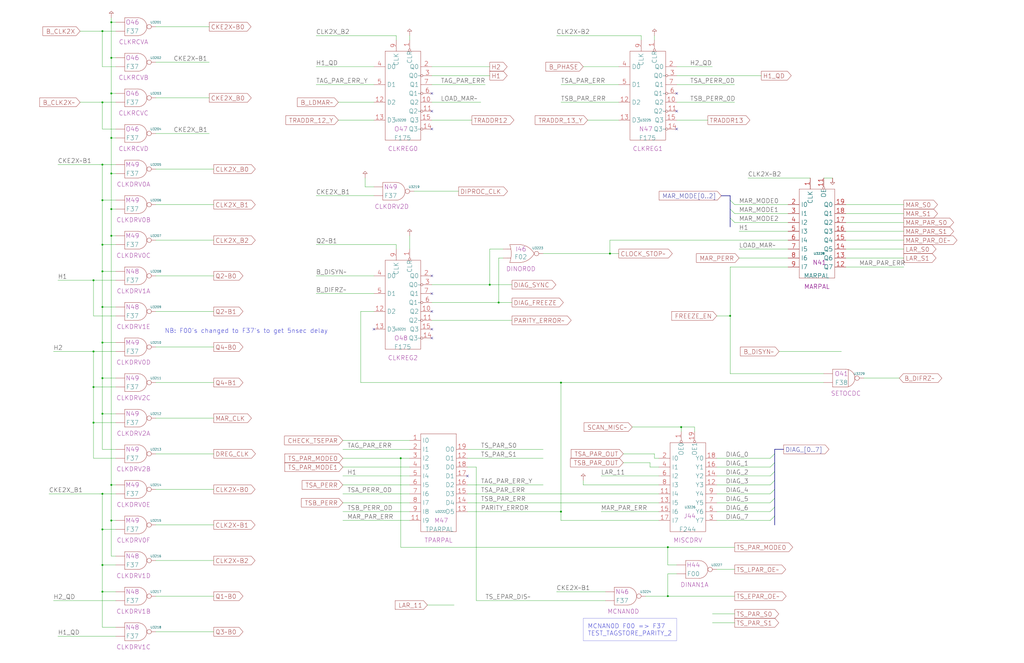
<source format=kicad_sch>
(kicad_sch (version 20250114) (generator "eeschema") (generator_version "9.0")
  (paper "User" 584.2 378.46)
  (title_block (title "DIAGNOSTIC AND CONTROL\\nCLOCK GENERATION") (date "08-MAR-90") (rev "0.0") (comment 1 "MEM32 BOARD") (comment 2 "232-003066") (comment 3 "S400") (comment 4 "RELEASED"))
  (lib_symbols
    (symbol "r1000:F00" (pin_numbers (hide yes)) (pin_names (hide yes))
      (property "Reference" "U" (at 15.24 0 0))
      (property "Value" "F00" (at 1.905 -5.08 0))
      (property "Location" "___" (at 1.905 0 0))
      (property "Name" "______" (at 2.54 -12.7 0))
      (symbol "F00_1_1"
        (pin input line (at -7.62 0 0) (length 5.08) (name "D0") (number "1"))
        (pin input line (at -7.62 -5.08 0) (length 5.08) (name "D1") (number "2"))
        (pin output line (at 15.24 -2.54 180) (length 2.54) (name "Q") (number "3"))
      )
      (symbol "F00_1_2"
        (pin input line (at -7.62 0 0) (length 2.54) (name "D0") (number "1"))
        (pin input line (at -7.62 -5.08 0) (length 2.54) (name "D1") (number "2"))
        (pin output line (at 15.24 -2.54 180) (length 5.08) (name "Q") (number "3"))
      )
    )
    (symbol "r1000:F02" (pin_numbers (hide yes)) (pin_names (hide yes))
      (property "Reference" "U" (at 12.16 0.635 0))
      (property "Value" "F02" (at -1.27 -4.445 0))
      (property "Location" "___" (at 2.54 0 0))
      (property "Name" "______" (at 2.54 -12.7 0))
      (symbol "F02_1_1"
        (pin input line (at -7.62 0 0) (length 2.54) (name "D0") (number "1"))
        (pin input line (at -7.62 -5.08 0) (length 2.54) (name "D1") (number "2"))
        (pin output line (at 15.24 -2.54 180) (length 1.27) (name "Q") (number "3"))
      )
      (symbol "F02_1_2"
        (pin input line (at -7.62 0 0) (length 2.54) (name "D0") (number "1"))
        (pin input line (at -7.62 -5.08 0) (length 2.54) (name "D1") (number "2"))
        (pin output line (at 15.24 -2.54 180) (length 2.54) (name "Q") (number "3"))
      )
    )
    (symbol "r1000:F175" (pin_names (offset 1.016))
      (property "Reference" "U" (at 2.54 5.08 0))
      (property "Value" "F175" (at -1.27 -5.08 0))
      (property "Location" "___" (at -1.27 0 0))
      (property "Name" "______" (at 3.81 -12.7 0))
      (symbol "F175_1_1"
        (pin input line (at -12.7 35.56 0) (length 6.35) (name "D0") (number "4"))
        (pin input line (at -12.7 25.4 0) (length 6.35) (name "D1") (number "5"))
        (pin input line (at -12.7 15.24 0) (length 6.35) (name "D2") (number "12"))
        (pin input line (at -12.7 5.08 0) (length 6.35) (name "D3") (number "13"))
        (pin input line (at 0 50.8 270) (length 6.35) (name "CLK") (number "9"))
        (pin input line (at 7.62 50.8 270) (length 5.08) (name "CLR") (number "1"))
        (pin output line (at 20.32 35.56 180) (length 6.35) (name "Q0") (number "2"))
        (pin output line (at 20.32 30.48 180) (length 5.08) (name "Q0~") (number "3"))
        (pin output line (at 20.32 25.4 180) (length 6.35) (name "Q1") (number "7"))
        (pin output line (at 20.32 20.32 180) (length 5.08) (name "Q1~") (number "6"))
        (pin output line (at 20.32 15.24 180) (length 6.35) (name "Q2") (number "10"))
        (pin output line (at 20.32 10.16 180) (length 5.08) (name "Q2~") (number "11"))
        (pin output line (at 20.32 5.08 180) (length 6.35) (name "Q3") (number "15"))
        (pin output line (at 20.32 0 180) (length 5.08) (name "Q3~") (number "14"))
      )
    )
    (symbol "r1000:F244" (pin_names (offset 1.016))
      (property "Reference" "U" (at 2.54 5.08 0))
      (property "Value" "F244" (at -3.81 -7.62 0))
      (property "Location" "___" (at -1.27 0 0))
      (property "Name" "______" (at 1.27 -15.24 0))
      (symbol "F244_1_1"
        (pin input line (at -15.24 33.02 0) (length 6.35) (name "I0") (number "2"))
        (pin input line (at -15.24 27.94 0) (length 6.35) (name "I1") (number "4"))
        (pin input line (at -15.24 22.86 0) (length 6.35) (name "I2") (number "6"))
        (pin input line (at -15.24 17.78 0) (length 6.35) (name "I3") (number "8"))
        (pin input line (at -15.24 12.7 0) (length 6.35) (name "I4") (number "11"))
        (pin input line (at -15.24 7.62 0) (length 6.35) (name "I5") (number "13"))
        (pin input line (at -15.24 2.54 0) (length 6.35) (name "I6") (number "15"))
        (pin input line (at -15.24 -2.54 0) (length 6.35) (name "I7") (number "17"))
        (pin input line (at -2.54 48.26 270) (length 5.08) (name "OE0") (number "1"))
        (pin input line (at 5.08 48.26 270) (length 5.08) (name "OE1") (number "19"))
        (pin tri_state line (at 17.78 33.02 180) (length 6.35) (name "Y0") (number "18"))
        (pin tri_state line (at 17.78 27.94 180) (length 6.35) (name "Y1") (number "16"))
        (pin tri_state line (at 17.78 22.86 180) (length 6.35) (name "Y2") (number "14"))
        (pin tri_state line (at 17.78 17.78 180) (length 6.35) (name "Y3") (number "12"))
        (pin tri_state line (at 17.78 12.7 180) (length 6.35) (name "Y4") (number "9"))
        (pin tri_state line (at 17.78 7.62 180) (length 6.35) (name "Y5") (number "7"))
        (pin tri_state line (at 17.78 2.54 180) (length 6.35) (name "Y6") (number "5"))
        (pin tri_state line (at 17.78 -2.54 180) (length 6.35) (name "Y7") (number "3"))
      )
    )
    (symbol "r1000:F37" (pin_numbers (hide yes)) (pin_names (offset 0) (hide yes))
      (property "Reference" "U" (at 15.24 0 0))
      (property "Value" "F37" (at 1.905 -5.08 0))
      (property "Location" "___" (at 1.905 0 0))
      (property "Name" "______" (at 2.54 -12.7 0))
      (symbol "F37_1_1"
        (pin input line (at -7.62 0 0) (length 5.08) (name "D0") (number "1"))
        (pin input line (at -7.62 -5.08 0) (length 5.08) (name "D1") (number "2"))
        (pin output line (at 15.24 -2.54 180) (length 2.54) (name "Q") (number "3"))
      )
      (symbol "F37_1_2"
        (pin input line (at -7.62 0 0) (length 2.54) (name "D0") (number "1"))
        (pin input line (at -7.62 -5.08 0) (length 2.54) (name "D1") (number "2"))
        (pin output line (at 15.24 -2.54 180) (length 5.08) (name "Q") (number "3"))
      )
    )
    (symbol "r1000:F38" (pin_numbers (hide yes)) (pin_names (hide yes))
      (property "Reference" "U" (at 12.7 2.54 0))
      (property "Value" "F38" (at 2.54 -2.54 0))
      (property "Location" "___" (at 2.54 2.54 0))
      (property "Name" "______" (at 5.08 -10.16 0))
      (symbol "F38_1_1"
        (pin input line (at -7.62 2.54 0) (length 5.08) (name "D0") (number "1"))
        (pin input line (at -7.62 -2.54 0) (length 5.08) (name "D1") (number "2"))
        (pin open_collector line (at 15.24 0 180) (length 2.54) (name "Q") (number "3"))
      )
      (symbol "F38_1_2"
        (pin input line (at -7.62 2.54 0) (length 2.54) (name "D0") (number "1"))
        (pin input line (at -7.62 -2.54 0) (length 2.54) (name "D1") (number "2"))
        (pin open_collector line (at 15.24 0 180) (length 5.08) (name "Q") (number "3"))
      )
    )
    (symbol "r1000:MARPAL" (pin_names (offset 1.016))
      (property "Reference" "U" (at 2.54 5.08 0))
      (property "Value" "MARPAL" (at -6.35 -7.62 0))
      (property "Location" "___" (at -1.27 0 0))
      (property "Name" "______" (at 1.27 -15.24 0))
      (symbol "MARPAL_1_1"
        (pin input line (at -15.24 33.02 0) (length 6.35) (name "I0") (number "2"))
        (pin input line (at -15.24 27.94 0) (length 6.35) (name "I1") (number "3"))
        (pin input line (at -15.24 22.86 0) (length 6.35) (name "I2") (number "4"))
        (pin input line (at -15.24 17.78 0) (length 6.35) (name "I3") (number "5"))
        (pin input line (at -15.24 12.7 0) (length 6.35) (name "I4") (number "6"))
        (pin input line (at -15.24 7.62 0) (length 6.35) (name "I5") (number "7"))
        (pin input line (at -15.24 2.54 0) (length 6.35) (name "I6") (number "8"))
        (pin input line (at -15.24 -2.54 0) (length 6.35) (name "I7") (number "9"))
        (pin input line (at -2.54 48.26 270) (length 6.35) (name "CLK") (number "1"))
        (pin input line (at 5.08 48.26 270) (length 5.08) (name "OE") (number "11"))
        (pin output line (at 17.78 33.02 180) (length 6.35) (name "Q0") (number "19"))
        (pin output line (at 17.78 27.94 180) (length 6.35) (name "Q1") (number "18"))
        (pin output line (at 17.78 22.86 180) (length 6.35) (name "Q2") (number "17"))
        (pin output line (at 17.78 17.78 180) (length 6.35) (name "Q3") (number "16"))
        (pin output line (at 17.78 12.7 180) (length 6.35) (name "Q4") (number "15"))
        (pin output line (at 17.78 7.62 180) (length 6.35) (name "Q5") (number "14"))
        (pin output line (at 17.78 2.54 180) (length 6.35) (name "Q6") (number "13"))
        (pin output line (at 17.78 -2.54 180) (length 6.35) (name "Q7") (number "12"))
      )
    )
    (symbol "r1000:PD" (power) (pin_numbers (hide yes)) (pin_names (hide yes)) (in_bom no)
      (symbol "PD_1_1"
        (pin power_in line (at 0 0 270) (length 2.54) (name "PD") (number "1"))
      )
    )
    (symbol "r1000:PU" (power) (pin_numbers (hide yes)) (pin_names (hide yes))
      (symbol "PU_1_1"
        (pin power_in line (at 0 0 90) (length 2.54) (name "PU") (number "1"))
      )
    )
    (symbol "r1000:TPARPAL" (pin_names (offset 1.016))
      (property "Reference" "U" (at 2.54 5.08 0))
      (property "Value" "TPARPAL" (at -6.35 -5.08 0))
      (property "Location" "___" (at -1.27 0 0))
      (property "Name" "______" (at 1.27 -12.7 0))
      (symbol "TPARPAL_1_1"
        (pin input line (at -15.24 45.72 0) (length 6.35) (name "I0") (number "1"))
        (pin input line (at -15.24 40.64 0) (length 6.35) (name "I1") (number "2"))
        (pin input line (at -15.24 35.56 0) (length 6.35) (name "I2") (number "3"))
        (pin input line (at -15.24 30.48 0) (length 6.35) (name "I3") (number "4"))
        (pin input line (at -15.24 25.4 0) (length 6.35) (name "I4") (number "5"))
        (pin input line (at -15.24 20.32 0) (length 6.35) (name "I5") (number "6"))
        (pin input line (at -15.24 15.24 0) (length 6.35) (name "I6") (number "7"))
        (pin input line (at -15.24 10.16 0) (length 6.35) (name "I7") (number "8"))
        (pin input line (at -15.24 5.08 0) (length 6.35) (name "I8") (number "9"))
        (pin input line (at -15.24 0 0) (length 6.35) (name "I9") (number "11"))
        (pin output line (at 17.78 40.64 180) (length 6.35) (name "O0") (number "19"))
        (pin output line (at 17.78 35.56 180) (length 6.35) (name "O1") (number "12"))
        (pin output line (at 17.78 30.48 180) (length 6.35) (name "D0") (number "18"))
        (pin output line (at 17.78 25.4 180) (length 6.35) (name "D1") (number "17"))
        (pin output line (at 17.78 20.32 180) (length 6.35) (name "D2") (number "16"))
        (pin output line (at 17.78 15.24 180) (length 6.35) (name "D3") (number "15"))
        (pin output line (at 17.78 10.16 180) (length 6.35) (name "D4") (number "14"))
        (pin output line (at 17.78 5.08 180) (length 6.35) (name "D5") (number "13"))
      )
    )
  )
  (text "MCNAN0D F00 => F37\nTEST_TAGSTORE_PARITY_2" (at 335.28 363.22 0) (effects (font (size 2.54 2.54)) (justify left bottom)))
  (text "NB: F00's changed to F37's to get 5nsec delay" (at 93.98 190.5 0) (effects (font (size 2.54 2.54)) (justify left bottom)))
  (junction (at 63.5 78.74))
  (junction (at 63.5 12.7))
  (junction (at 58.42 58.42))
  (junction (at 63.5 53.34))
  (junction (at 58.42 139.7))
  (junction (at 63.5 134.62))
  (junction (at 58.42 154.94))
  (junction (at 53.34 241.3))
  (junction (at 388.62 243.84))
  (junction (at 58.42 195.58))
  (junction (at 63.5 297.18))
  (junction (at 320.04 218.44))
  (junction (at 58.42 17.78))
  (junction (at 58.42 322.58))
  (junction (at 53.34 220.98))
  (junction (at 58.42 302.26))
  (junction (at 320.04 292.1))
  (junction (at 58.42 93.98))
  (junction (at 63.5 33.02))
  (junction (at 53.34 200.66))
  (junction (at 58.42 175.26))
  (junction (at 381 340.36))
  (junction (at 284.48 172.72))
  (junction (at 228.6 261.62))
  (junction (at 63.5 276.86))
  (junction (at 63.5 99.06))
  (junction (at 58.42 215.9))
  (junction (at 58.42 281.94))
  (junction (at 63.5 119.38))
  (junction (at 58.42 337.82))
  (junction (at 58.42 114.3))
  (junction (at 279.4 162.56))
  (junction (at 347.98 144.78))
  (junction (at 58.42 236.22))
  (junction (at 381 312.42))
  (junction (at 53.34 160.02))
  (junction (at 416.56 180.34))
  (no_connect (at 246.38 157.48))
  (no_connect (at 246.38 53.34))
  (no_connect (at 246.38 187.96))
  (no_connect (at 246.38 167.64))
  (no_connect (at 246.38 177.8))
  (no_connect (at 266.7 271.78))
  (no_connect (at 246.38 73.66))
  (no_connect (at 386.08 73.66))
  (no_connect (at 246.38 63.5))
  (no_connect (at 213.36 187.96))
  (no_connect (at 246.38 193.04))
  (no_connect (at 386.08 63.5))
  (no_connect (at 386.08 53.34))
  (bus_entry (at 441.96 259.08) (size -2.54 2.54))
  (bus_entry (at 441.96 279.4) (size -2.54 2.54))
  (bus_entry (at 441.96 294.64) (size -2.54 2.54))
  (bus_entry (at 416.56 119.38) (size 2.54 2.54))
  (bus_entry (at 441.96 269.24) (size -2.54 2.54))
  (bus_entry (at 441.96 274.32) (size -2.54 2.54))
  (bus_entry (at 441.96 264.16) (size -2.54 2.54))
  (bus_entry (at 416.56 114.3) (size 2.54 2.54))
  (bus_entry (at 441.96 289.56) (size -2.54 2.54))
  (bus_entry (at 441.96 284.48) (size -2.54 2.54))
  (bus_entry (at 416.56 124.46) (size 2.54 2.54))
  (wire (pts (xy 381 312.42) (xy 228.6 312.42)))
  (wire (pts (xy 360.68 243.84) (xy 388.62 243.84)))
  (wire (pts (xy 66.04 195.58) (xy 58.42 195.58)))
  (wire (pts (xy 419.1 116.84) (xy 449.58 116.84)))
  (wire (pts (xy 271.78 266.7) (xy 266.7 266.7)))
  (wire (pts (xy 66.04 73.66) (xy 58.42 73.66)))
  (wire (pts (xy 63.5 134.62) (xy 63.5 119.38)))
  (bus (pts (xy 411.48 111.76) (xy 416.56 111.76)))
  (wire (pts (xy 406.4 355.6) (xy 419.1 355.6)))
  (wire (pts (xy 66.04 302.26) (xy 58.42 302.26)))
  (wire (pts (xy 58.42 281.94) (xy 66.04 281.94)))
  (bus (pts (xy 441.96 294.64) (xy 441.96 299.72)))
  (wire (pts (xy 482.6 137.16) (xy 515.62 137.16)))
  (wire (pts (xy 246.38 48.26) (xy 276.86 48.26)))
  (polyline (pts (xy 386.08 365.76) (xy 332.74 365.76)) (stroke (width 0.0305)))
  (wire (pts (xy 320.04 218.44) (xy 469.9 218.44)))
  (wire (pts (xy 195.58 292.1) (xy 233.68 292.1)))
  (wire (pts (xy 195.58 251.46) (xy 233.68 251.46)))
  (wire (pts (xy 66.04 241.3) (xy 53.34 241.3)))
  (wire (pts (xy 373.38 20.32) (xy 373.38 22.86)))
  (wire (pts (xy 88.9 320.04) (xy 121.92 320.04)))
  (wire (pts (xy 246.38 182.88) (xy 292.1 182.88)))
  (wire (pts (xy 66.04 139.7) (xy 58.42 139.7)))
  (wire (pts (xy 180.34 20.32) (xy 226.06 20.32)))
  (wire (pts (xy 213.36 177.8) (xy 205.74 177.8)))
  (wire (pts (xy 406.4 350.52) (xy 419.1 350.52)))
  (wire (pts (xy 66.04 38.1) (xy 58.42 38.1)))
  (wire (pts (xy 30.48 342.9) (xy 66.04 342.9)))
  (wire (pts (xy 180.34 139.7) (xy 226.06 139.7)))
  (wire (pts (xy 195.58 271.78) (xy 233.68 271.78)))
  (wire (pts (xy 58.42 17.78) (xy 66.04 17.78)))
  (wire (pts (xy 365.76 22.86) (xy 365.76 20.32)))
  (wire (pts (xy 320.04 297.18) (xy 320.04 292.1)))
  (wire (pts (xy 195.58 261.62) (xy 228.6 261.62)))
  (wire (pts (xy 426.72 101.6) (xy 462.28 101.6)))
  (wire (pts (xy 342.9 292.1) (xy 375.92 292.1)))
  (wire (pts (xy 63.5 276.86) (xy 63.5 297.18)))
  (wire (pts (xy 482.6 152.4) (xy 515.62 152.4)))
  (wire (pts (xy 88.9 55.88) (xy 119.38 55.88)))
  (wire (pts (xy 236.22 109.22) (xy 261.62 109.22)))
  (wire (pts (xy 88.9 198.12) (xy 121.92 198.12)))
  (wire (pts (xy 375.92 266.7) (xy 370.84 266.7)))
  (wire (pts (xy 58.42 139.7) (xy 58.42 114.3)))
  (wire (pts (xy 449.58 152.4) (xy 416.56 152.4)))
  (wire (pts (xy 388.62 243.84) (xy 396.24 243.84)))
  (wire (pts (xy 66.04 53.34) (xy 63.5 53.34)))
  (wire (pts (xy 58.42 195.58) (xy 58.42 175.26)))
  (wire (pts (xy 195.58 297.18) (xy 233.68 297.18)))
  (wire (pts (xy 386.08 43.18) (xy 434.34 43.18)))
  (wire (pts (xy 469.9 101.6) (xy 474.98 101.6)))
  (polyline (pts (xy 386.08 353.06) (xy 386.08 365.76)) (stroke (width 0.0305)))
  (wire (pts (xy 386.08 48.26) (xy 419.1 48.26)))
  (wire (pts (xy 88.9 116.84) (xy 121.92 116.84)))
  (wire (pts (xy 226.06 142.24) (xy 226.06 139.7)))
  (wire (pts (xy 205.74 218.44) (xy 320.04 218.44)))
  (wire (pts (xy 88.9 238.76) (xy 121.92 238.76)))
  (wire (pts (xy 33.02 160.02) (xy 53.34 160.02)))
  (wire (pts (xy 482.6 127) (xy 515.62 127)))
  (wire (pts (xy 58.42 302.26) (xy 58.42 281.94)))
  (wire (pts (xy 320.04 58.42) (xy 353.06 58.42)))
  (wire (pts (xy 228.6 312.42) (xy 228.6 261.62)))
  (wire (pts (xy 58.42 236.22) (xy 58.42 215.9)))
  (wire (pts (xy 213.36 106.68) (xy 208.28 106.68)))
  (wire (pts (xy 408.94 325.12) (xy 419.1 325.12)))
  (wire (pts (xy 482.6 132.08) (xy 515.62 132.08)))
  (wire (pts (xy 195.58 256.54) (xy 233.68 256.54)))
  (wire (pts (xy 88.9 76.2) (xy 119.38 76.2)))
  (bus (pts (xy 416.56 111.76) (xy 416.56 114.3)))
  (wire (pts (xy 266.7 292.1) (xy 320.04 292.1)))
  (bus (pts (xy 441.96 256.54) (xy 441.96 259.08)))
  (wire (pts (xy 386.08 58.42) (xy 419.1 58.42)))
  (wire (pts (xy 284.48 147.32) (xy 284.48 172.72)))
  (wire (pts (xy 63.5 53.34) (xy 63.5 78.74)))
  (wire (pts (xy 381 312.42) (xy 419.1 312.42)))
  (wire (pts (xy 386.08 327.66) (xy 381 327.66)))
  (wire (pts (xy 88.9 15.24) (xy 119.38 15.24)))
  (wire (pts (xy 180.34 38.1) (xy 213.36 38.1)))
  (wire (pts (xy 266.7 256.54) (xy 309.88 256.54)))
  (wire (pts (xy 88.9 137.16) (xy 121.92 137.16)))
  (bus (pts (xy 441.96 289.56) (xy 441.96 294.64)))
  (wire (pts (xy 88.9 35.56) (xy 119.38 35.56)))
  (wire (pts (xy 246.38 43.18) (xy 279.4 43.18)))
  (wire (pts (xy 27.94 281.94) (xy 58.42 281.94)))
  (wire (pts (xy 370.84 266.7) (xy 370.84 264.16)))
  (wire (pts (xy 421.64 142.24) (xy 449.58 142.24)))
  (bus (pts (xy 416.56 124.46) (xy 416.56 129.54)))
  (bus (pts (xy 416.56 119.38) (xy 416.56 124.46)))
  (wire (pts (xy 53.34 220.98) (xy 53.34 200.66)))
  (wire (pts (xy 58.42 58.42) (xy 66.04 58.42)))
  (wire (pts (xy 88.9 177.8) (xy 121.92 177.8)))
  (wire (pts (xy 45.72 17.78) (xy 58.42 17.78)))
  (wire (pts (xy 58.42 175.26) (xy 58.42 154.94)))
  (wire (pts (xy 195.58 281.94) (xy 233.68 281.94)))
  (wire (pts (xy 66.04 297.18) (xy 63.5 297.18)))
  (wire (pts (xy 66.04 175.26) (xy 58.42 175.26)))
  (wire (pts (xy 233.68 134.62) (xy 233.68 142.24)))
  (wire (pts (xy 30.48 200.66) (xy 53.34 200.66)))
  (wire (pts (xy 66.04 78.74) (xy 63.5 78.74)))
  (wire (pts (xy 88.9 360.68) (xy 121.92 360.68)))
  (wire (pts (xy 332.74 276.86) (xy 332.74 274.32)))
  (wire (pts (xy 45.72 58.42) (xy 58.42 58.42)))
  (wire (pts (xy 243.84 345.44) (xy 259.08 345.44)))
  (wire (pts (xy 53.34 261.62) (xy 53.34 241.3)))
  (wire (pts (xy 266.7 276.86) (xy 309.88 276.86)))
  (wire (pts (xy 386.08 38.1) (xy 406.4 38.1)))
  (wire (pts (xy 419.1 127) (xy 449.58 127)))
  (wire (pts (xy 320.04 292.1) (xy 320.04 218.44)))
  (wire (pts (xy 309.88 144.78) (xy 347.98 144.78)))
  (wire (pts (xy 469.9 213.36) (xy 416.56 213.36)))
  (bus (pts (xy 441.96 269.24) (xy 441.96 274.32)))
  (wire (pts (xy 355.6 259.08) (xy 373.38 259.08)))
  (wire (pts (xy 381 327.66) (xy 381 340.36)))
  (wire (pts (xy 66.04 337.82) (xy 58.42 337.82)))
  (wire (pts (xy 396.24 246.38) (xy 396.24 243.84)))
  (wire (pts (xy 88.9 218.44) (xy 121.92 218.44)))
  (wire (pts (xy 408.94 292.1) (xy 439.42 292.1)))
  (wire (pts (xy 287.02 147.32) (xy 284.48 147.32)))
  (wire (pts (xy 287.02 142.24) (xy 279.4 142.24)))
  (wire (pts (xy 88.9 157.48) (xy 121.92 157.48)))
  (wire (pts (xy 375.92 276.86) (xy 332.74 276.86)))
  (bus (pts (xy 416.56 114.3) (xy 416.56 119.38)))
  (wire (pts (xy 386.08 68.58) (xy 403.86 68.58)))
  (wire (pts (xy 332.74 38.1) (xy 353.06 38.1)))
  (wire (pts (xy 66.04 119.38) (xy 63.5 119.38)))
  (bus (pts (xy 441.96 279.4) (xy 441.96 284.48)))
  (wire (pts (xy 53.34 180.34) (xy 53.34 160.02)))
  (wire (pts (xy 416.56 152.4) (xy 416.56 180.34)))
  (wire (pts (xy 408.94 276.86) (xy 439.42 276.86)))
  (polyline (pts (xy 332.74 353.06) (xy 332.74 365.76)) (stroke (width 0.0305)))
  (bus (pts (xy 441.96 264.16) (xy 441.96 269.24)))
  (wire (pts (xy 66.04 261.62) (xy 53.34 261.62)))
  (wire (pts (xy 58.42 256.54) (xy 58.42 236.22)))
  (wire (pts (xy 66.04 215.9) (xy 58.42 215.9)))
  (wire (pts (xy 66.04 220.98) (xy 53.34 220.98)))
  (wire (pts (xy 58.42 358.14) (xy 58.42 337.82)))
  (bus (pts (xy 441.96 284.48) (xy 441.96 289.56)))
  (wire (pts (xy 246.38 162.56) (xy 279.4 162.56)))
  (wire (pts (xy 373.38 261.62) (xy 373.38 259.08)))
  (bus (pts (xy 441.96 274.32) (xy 441.96 279.4)))
  (wire (pts (xy 342.9 271.78) (xy 375.92 271.78)))
  (wire (pts (xy 375.92 261.62) (xy 373.38 261.62)))
  (wire (pts (xy 66.04 134.62) (xy 63.5 134.62)))
  (wire (pts (xy 58.42 215.9) (xy 58.42 195.58)))
  (wire (pts (xy 271.78 342.9) (xy 271.78 266.7)))
  (wire (pts (xy 345.44 342.9) (xy 271.78 342.9)))
  (wire (pts (xy 33.02 363.22) (xy 66.04 363.22)))
  (wire (pts (xy 33.02 93.98) (xy 58.42 93.98)))
  (wire (pts (xy 88.9 259.08) (xy 121.92 259.08)))
  (wire (pts (xy 53.34 200.66) (xy 66.04 200.66)))
  (wire (pts (xy 66.04 114.3) (xy 58.42 114.3)))
  (wire (pts (xy 53.34 241.3) (xy 53.34 220.98)))
  (wire (pts (xy 66.04 276.86) (xy 63.5 276.86)))
  (bus (pts (xy 441.96 256.54) (xy 447.04 256.54)))
  (wire (pts (xy 208.28 106.68) (xy 208.28 101.6)))
  (wire (pts (xy 53.34 160.02) (xy 66.04 160.02)))
  (wire (pts (xy 226.06 22.86) (xy 226.06 20.32)))
  (wire (pts (xy 193.04 68.58) (xy 213.36 68.58)))
  (wire (pts (xy 408.94 297.18) (xy 439.42 297.18)))
  (wire (pts (xy 386.08 322.58) (xy 381 322.58)))
  (wire (pts (xy 317.5 20.32) (xy 365.76 20.32)))
  (wire (pts (xy 58.42 73.66) (xy 58.42 58.42)))
  (polyline (pts (xy 332.74 353.06) (xy 386.08 353.06)) (stroke (width 0.0305)))
  (wire (pts (xy 228.6 261.62) (xy 233.68 261.62)))
  (wire (pts (xy 58.42 337.82) (xy 58.42 322.58)))
  (wire (pts (xy 63.5 119.38) (xy 63.5 99.06)))
  (wire (pts (xy 381 340.36) (xy 419.1 340.36)))
  (wire (pts (xy 66.04 236.22) (xy 58.42 236.22)))
  (wire (pts (xy 416.56 180.34) (xy 408.94 180.34)))
  (wire (pts (xy 88.9 299.72) (xy 121.92 299.72)))
  (wire (pts (xy 416.56 213.36) (xy 416.56 180.34)))
  (wire (pts (xy 58.42 93.98) (xy 66.04 93.98)))
  (wire (pts (xy 284.48 172.72) (xy 292.1 172.72)))
  (wire (pts (xy 193.04 58.42) (xy 213.36 58.42)))
  (wire (pts (xy 58.42 38.1) (xy 58.42 17.78)))
  (wire (pts (xy 408.94 271.78) (xy 439.42 271.78)))
  (wire (pts (xy 419.1 121.92) (xy 449.58 121.92)))
  (wire (pts (xy 347.98 144.78) (xy 353.06 144.78)))
  (wire (pts (xy 63.5 12.7) (xy 63.5 10.16)))
  (wire (pts (xy 449.58 137.16) (xy 347.98 137.16)))
  (wire (pts (xy 320.04 48.26) (xy 353.06 48.26)))
  (wire (pts (xy 66.04 180.34) (xy 53.34 180.34)))
  (wire (pts (xy 66.04 322.58) (xy 58.42 322.58)))
  (wire (pts (xy 266.7 287.02) (xy 375.92 287.02)))
  (wire (pts (xy 482.6 142.24) (xy 515.62 142.24)))
  (wire (pts (xy 88.9 96.52) (xy 121.92 96.52)))
  (wire (pts (xy 195.58 276.86) (xy 233.68 276.86)))
  (wire (pts (xy 388.62 246.38) (xy 388.62 243.84)))
  (wire (pts (xy 66.04 256.54) (xy 58.42 256.54)))
  (bus (pts (xy 441.96 259.08) (xy 441.96 264.16)))
  (wire (pts (xy 279.4 142.24) (xy 279.4 162.56)))
  (wire (pts (xy 492.76 215.9) (xy 513.08 215.9)))
  (wire (pts (xy 381 340.36) (xy 368.3 340.36)))
  (wire (pts (xy 347.98 137.16) (xy 347.98 144.78)))
  (wire (pts (xy 180.34 111.76) (xy 213.36 111.76)))
  (wire (pts (xy 63.5 53.34) (xy 63.5 33.02)))
  (wire (pts (xy 375.92 297.18) (xy 320.04 297.18)))
  (wire (pts (xy 421.64 147.32) (xy 449.58 147.32)))
  (wire (pts (xy 66.04 317.5) (xy 63.5 317.5)))
  (wire (pts (xy 444.5 200.66) (xy 480.06 200.66)))
  (wire (pts (xy 266.7 261.62) (xy 309.88 261.62)))
  (wire (pts (xy 408.94 266.7) (xy 439.42 266.7)))
  (wire (pts (xy 279.4 162.56) (xy 292.1 162.56)))
  (wire (pts (xy 66.04 33.02) (xy 63.5 33.02)))
  (wire (pts (xy 482.6 121.92) (xy 515.62 121.92)))
  (wire (pts (xy 63.5 99.06) (xy 63.5 78.74)))
  (wire (pts (xy 195.58 266.7) (xy 233.68 266.7)))
  (wire (pts (xy 317.5 337.82) (xy 345.44 337.82)))
  (wire (pts (xy 233.68 20.32) (xy 233.68 22.86)))
  (wire (pts (xy 58.42 154.94) (xy 58.42 139.7)))
  (wire (pts (xy 408.94 261.62) (xy 439.42 261.62)))
  (wire (pts (xy 63.5 317.5) (xy 63.5 297.18)))
  (wire (pts (xy 246.38 172.72) (xy 284.48 172.72)))
  (wire (pts (xy 246.38 68.58) (xy 269.24 68.58)))
  (wire (pts (xy 421.64 132.08) (xy 449.58 132.08)))
  (wire (pts (xy 246.38 38.1) (xy 279.4 38.1)))
  (wire (pts (xy 246.38 58.42) (xy 274.32 58.42)))
  (wire (pts (xy 180.34 48.26) (xy 213.36 48.26)))
  (wire (pts (xy 66.04 12.7) (xy 63.5 12.7)))
  (wire (pts (xy 180.34 157.48) (xy 213.36 157.48)))
  (wire (pts (xy 482.6 116.84) (xy 515.62 116.84)))
  (wire (pts (xy 381 322.58) (xy 381 312.42)))
  (wire (pts (xy 63.5 12.7) (xy 63.5 33.02)))
  (wire (pts (xy 335.28 68.58) (xy 353.06 68.58)))
  (wire (pts (xy 66.04 99.06) (xy 63.5 99.06)))
  (wire (pts (xy 58.42 114.3) (xy 58.42 93.98)))
  (wire (pts (xy 195.58 287.02) (xy 233.68 287.02)))
  (wire (pts (xy 180.34 167.64) (xy 213.36 167.64)))
  (wire (pts (xy 66.04 358.14) (xy 58.42 358.14)))
  (wire (pts (xy 88.9 340.36) (xy 121.92 340.36)))
  (wire (pts (xy 482.6 147.32) (xy 515.62 147.32)))
  (wire (pts (xy 355.6 264.16) (xy 370.84 264.16)))
  (wire (pts (xy 408.94 287.02) (xy 439.42 287.02)))
  (wire (pts (xy 266.7 281.94) (xy 375.92 281.94)))
  (wire (pts (xy 66.04 154.94) (xy 58.42 154.94)))
  (wire (pts (xy 63.5 134.62) (xy 63.5 276.86)))
  (wire (pts (xy 88.9 279.4) (xy 121.92 279.4)))
  (wire (pts (xy 408.94 281.94) (xy 439.42 281.94)))
  (wire (pts (xy 58.42 322.58) (xy 58.42 302.26)))
  (wire (pts (xy 205.74 177.8) (xy 205.74 218.44)))
  (label "CKE2X~B1" (at 33.02 93.98 0) (effects (font (size 2.54 2.54))))
  (label "H1_QD" (at 33.02 363.22 0) (effects (font (size 2.54 2.54))))
  (label "H2_QD" (at 393.7 38.1 0) (effects (font (size 2.54 2.54))))
  (label "TAG_PAR_ERR_Y" (at 180.34 48.26 0) (effects (font (size 2.54 2.54))))
  (label "TSA_PAR_ERR" (at 320.04 48.26 0) (effects (font (size 2.54 2.54))))
  (label "CKE2X_B1" (at 180.34 111.76 0) (effects (font (size 2.54 2.54))))
  (label "TSB_PERR_0D" (at 393.7 58.42 0) (effects (font (size 2.54 2.54))))
  (label "TSB_PERR_0D" (at 198.12 292.1 0) (effects (font (size 2.54 2.54))))
  (label "TSA_PAR_ERR" (at 274.32 281.94 0) (effects (font (size 2.54 2.54))))
  (label "DIAG_7" (at 414.02 297.18 0) (effects (font (size 2.54 2.54))))
  (label "TAG_PAR_ERR_Y" (at 274.32 276.86 0) (effects (font (size 2.54 2.54))))
  (label "DIAG_1" (at 414.02 266.7 0) (effects (font (size 2.54 2.54))))
  (label "LOAD_MAR~" (at 251.46 58.42 0) (effects (font (size 2.54 2.54))))
  (label "LOAD_MAR~" (at 421.64 142.24 0) (effects (font (size 2.54 2.54))))
  (label "TS_PAR_S1" (at 274.32 261.62 0) (effects (font (size 2.54 2.54))))
  (label "TS_EPAR_DIS~" (at 276.86 342.9 0) (effects (font (size 2.54 2.54))))
  (label "B_DIFRZ~" (at 180.34 167.64 0) (effects (font (size 2.54 2.54))))
  (label "H2" (at 30.48 200.66 0) (effects (font (size 2.54 2.54))))
  (label "B_DISYN~" (at 180.34 157.48 0) (effects (font (size 2.54 2.54))))
  (label "CLK2X~B2" (at 317.5 20.32 0) (effects (font (size 2.54 2.54))))
  (label "Q2~B1" (at 180.34 139.7 0) (effects (font (size 2.54 2.54))))
  (label "MAR_MODE0" (at 421.64 116.84 0) (effects (font (size 2.54 2.54))))
  (label "DIAG_2" (at 414.02 271.78 0) (effects (font (size 2.54 2.54))))
  (label "DIAG_0" (at 414.02 261.62 0) (effects (font (size 2.54 2.54))))
  (label "H1" (at 198.12 271.78 0) (effects (font (size 2.54 2.54))))
  (label "TSB_PAR_ERR" (at 320.04 58.42 0) (effects (font (size 2.54 2.54))))
  (label "DIAG_6" (at 414.02 292.1 0) (effects (font (size 2.54 2.54))))
  (label "H1_QD" (at 180.34 38.1 0) (effects (font (size 2.54 2.54))))
  (label "TSA_PERR_0D" (at 198.12 281.94 0) (effects (font (size 2.54 2.54))))
  (label "CLK2X_B2" (at 180.34 20.32 0) (effects (font (size 2.54 2.54))))
  (label "H2_QD" (at 30.48 342.9 0) (effects (font (size 2.54 2.54))))
  (label "CLK2X~B2" (at 426.72 101.6 0) (effects (font (size 2.54 2.54))))
  (label "CKE2X_B1" (at 99.06 76.2 0) (effects (font (size 2.54 2.54))))
  (label "MAR_PAR_ERR" (at 342.9 292.1 0) (effects (font (size 2.54 2.54))))
  (label "DIAG_3" (at 414.02 276.86 0) (effects (font (size 2.54 2.54))))
  (label "PARITY_ERROR" (at 274.32 292.1 0) (effects (font (size 2.54 2.54))))
  (label "TAG_PAR_ERR" (at 251.46 48.26 0) (effects (font (size 2.54 2.54))))
  (label "MAR_PAR_ERR" (at 198.12 297.18 0) (effects (font (size 2.54 2.54))))
  (label "TSA_PERR_0D" (at 393.7 48.26 0) (effects (font (size 2.54 2.54))))
  (label "H1" (at 33.02 160.02 0) (effects (font (size 2.54 2.54))))
  (label "MAR_MODE1" (at 421.64 121.92 0) (effects (font (size 2.54 2.54))))
  (label "LAR_11" (at 342.9 271.78 0) (effects (font (size 2.54 2.54))))
  (label "TSB_PAR_ERR" (at 274.32 287.02 0) (effects (font (size 2.54 2.54))))
  (label "CKE2X~B1" (at 317.5 337.82 0) (effects (font (size 2.54 2.54))))
  (label "DIAG_4" (at 414.02 281.94 0) (effects (font (size 2.54 2.54))))
  (label "TS_PAR_S0" (at 274.32 256.54 0) (effects (font (size 2.54 2.54))))
  (label "CKE2X~B1" (at 99.06 35.56 0) (effects (font (size 2.54 2.54))))
  (label "CKE2X_B1" (at 27.94 281.94 0) (effects (font (size 2.54 2.54))))
  (label "MAR_MODE2" (at 421.64 127 0) (effects (font (size 2.54 2.54))))
  (label "MAR_PAR_ERR" (at 490.22 152.4 0) (effects (font (size 2.54 2.54))))
  (label "DIAG_5" (at 414.02 287.02 0) (effects (font (size 2.54 2.54))))
  (label "TAG_PAR_ERR" (at 198.12 256.54 0) (effects (font (size 2.54 2.54))))
  (label "H1" (at 421.64 132.08 0) (effects (font (size 2.54 2.54))))
  (global_label "MAR_PERR" (shape input) (at 421.64 147.32 180) (effects (font (size 2.54 2.54))) (property "Intersheetrefs" "${INTERSHEET_REFS}" (at 397.5312 147.1613 0) (effects (font (size 1.905 1.905)) (justify right))))
  (global_label "MAR_CLK" (shape output) (at 121.92 238.76 0) (effects (font (size 2.54 2.54))) (property "Intersheetrefs" "${INTERSHEET_REFS}" (at 143.2469 238.6013 0) (effects (font (size 1.905 1.905)) (justify left))))
  (global_label "DIAG_SYNC" (shape output) (at 292.1 162.56 0) (effects (font (size 2.54 2.54))) (property "Intersheetrefs" "${INTERSHEET_REFS}" (at 316.9345 162.4013 0) (effects (font (size 1.905 1.905)) (justify left))))
  (global_label "Q3~B0" (shape output) (at 121.92 360.68 0) (effects (font (size 2.54 2.54))) (property "Intersheetrefs" "${INTERSHEET_REFS}" (at 138.4088 360.5213 0) (effects (font (size 1.905 1.905)) (justify left))))
  (global_label "DIPROC_CLK" (shape output) (at 261.62 109.22 0) (effects (font (size 2.54 2.54))) (property "Intersheetrefs" "${INTERSHEET_REFS}" (at 289.3574 109.0613 0) (effects (font (size 1.905 1.905)) (justify left))))
  (global_label "B_LDMAR~" (shape input) (at 193.04 58.42 180) (effects (font (size 2.54 2.54))) (property "Intersheetrefs" "${INTERSHEET_REFS}" (at 169.8988 58.2613 0) (effects (font (size 1.905 1.905)) (justify right))))
  (global_label "B_DISYN~" (shape input) (at 444.5 200.66 180) (effects (font (size 2.54 2.54))) (property "Intersheetrefs" "${INTERSHEET_REFS}" (at 422.3778 200.5013 0) (effects (font (size 1.905 1.905)) (justify right))))
  (global_label "MAR_MODE[0..2]" (shape input) (at 411.48 111.76 180) (effects (font (size 2.54 2.54))) (property "Intersheetrefs" "${INTERSHEET_REFS}" (at 376.2435 111.6013 0) (effects (font (size 1.905 1.905)) (justify right))))
  (global_label "TS_PAR_S1" (shape output) (at 419.1 355.6 0) (effects (font (size 2.54 2.54))) (property "Intersheetrefs" "${INTERSHEET_REFS}" (at 444.0555 355.4413 0) (effects (font (size 1.905 1.905)) (justify left))))
  (global_label "Q4~B1" (shape output) (at 121.92 218.44 0) (effects (font (size 2.54 2.54))) (property "Intersheetrefs" "${INTERSHEET_REFS}" (at 138.4088 218.2813 0) (effects (font (size 1.905 1.905)) (justify left))))
  (global_label "TSA_PERR" (shape input) (at 195.58 276.86 180) (effects (font (size 2.54 2.54))) (property "Intersheetrefs" "${INTERSHEET_REFS}" (at 172.5597 276.7013 0) (effects (font (size 1.905 1.905)) (justify right))))
  (global_label "LAR_S0" (shape output) (at 515.62 142.24 0) (effects (font (size 2.54 2.54))) (property "Intersheetrefs" "${INTERSHEET_REFS}" (at 533.8022 142.0813 0) (effects (font (size 1.905 1.905)) (justify left))))
  (global_label "CLK2X_B0" (shape output) (at 121.92 96.52 0) (effects (font (size 2.54 2.54))) (property "Intersheetrefs" "${INTERSHEET_REFS}" (at 145.4241 96.3613 0) (effects (font (size 1.905 1.905)) (justify left))))
  (global_label "TS_PAR_S0" (shape output) (at 419.1 350.52 0) (effects (font (size 2.54 2.54))) (property "Intersheetrefs" "${INTERSHEET_REFS}" (at 444.0555 350.3613 0) (effects (font (size 1.905 1.905)) (justify left))))
  (global_label "H1_QD" (shape output) (at 434.34 43.18 0) (effects (font (size 2.54 2.54))) (property "Intersheetrefs" "${INTERSHEET_REFS}" (at 451.3822 43.0213 0) (effects (font (size 1.905 1.905)) (justify left))))
  (global_label "CLK2X~B2" (shape output) (at 121.92 320.04 0) (effects (font (size 2.54 2.54))) (property "Intersheetrefs" "${INTERSHEET_REFS}" (at 145.3031 319.8813 0) (effects (font (size 1.905 1.905)) (justify left))))
  (global_label "TS_PAR_MODE0" (shape input) (at 195.58 261.62 180) (effects (font (size 2.54 2.54))) (property "Intersheetrefs" "${INTERSHEET_REFS}" (at 162.6416 261.4613 0) (effects (font (size 1.905 1.905)) (justify right))))
  (global_label "TS_PAR_MODE0" (shape output) (at 419.1 312.42 0) (effects (font (size 2.54 2.54))) (property "Intersheetrefs" "${INTERSHEET_REFS}" (at 452.0384 312.2613 0) (effects (font (size 1.905 1.905)) (justify left))))
  (global_label "CKE2X~B0" (shape output) (at 119.38 15.24 0) (effects (font (size 2.54 2.54))) (property "Intersheetrefs" "${INTERSHEET_REFS}" (at 143.005 15.0813 0) (effects (font (size 1.905 1.905)) (justify left))))
  (global_label "TRADDR_12_Y" (shape input) (at 193.04 68.58 180) (effects (font (size 2.54 2.54))) (property "Intersheetrefs" "${INTERSHEET_REFS}" (at 163.2464 68.4213 0) (effects (font (size 1.905 1.905)) (justify right))))
  (global_label "DIAG_[0..7]" (shape output) (at 447.04 256.54 0) (effects (font (size 2.54 2.54))) (property "Intersheetrefs" "${INTERSHEET_REFS}" (at 472.7212 256.3813 0) (effects (font (size 1.905 1.905)) (justify left))))
  (global_label "LAR_11" (shape input) (at 243.84 345.44 180) (effects (font (size 2.54 2.54))) (property "Intersheetrefs" "${INTERSHEET_REFS}" (at 225.6578 345.2813 0) (effects (font (size 1.905 1.905)) (justify right))))
  (global_label "TRADDR13" (shape output) (at 403.86 68.58 0) (effects (font (size 2.54 2.54))) (property "Intersheetrefs" "${INTERSHEET_REFS}" (at 427.606 68.4213 0) (effects (font (size 1.905 1.905)) (justify left))))
  (global_label "PARITY_ERROR~" (shape output) (at 292.1 182.88 0) (effects (font (size 2.54 2.54))) (property "Intersheetrefs" "${INTERSHEET_REFS}" (at 325.6431 182.7213 0) (effects (font (size 1.905 1.905)) (justify left))))
  (global_label "MAR_S1" (shape output) (at 515.62 121.92 0) (effects (font (size 2.54 2.54))) (property "Intersheetrefs" "${INTERSHEET_REFS}" (at 534.6488 121.7613 0) (effects (font (size 1.905 1.905)) (justify left))))
  (global_label "B_DIFRZ~" (shape bidirectional) (at 513.08 215.9 0) (effects (font (size 2.54 2.54))) (property "Intersheetrefs" "${INTERSHEET_REFS}" (at 535.0812 215.7413 0) (effects (font (size 1.905 1.905)) (justify left))))
  (global_label "TS_LPAR_OE~" (shape output) (at 419.1 325.12 0) (effects (font (size 2.54 2.54))) (property "Intersheetrefs" "${INTERSHEET_REFS}" (at 448.0469 324.9613 0) (effects (font (size 1.905 1.905)) (justify left))))
  (global_label "SCAN_MISC~" (shape input) (at 360.68 243.84 180) (effects (font (size 2.54 2.54))) (property "Intersheetrefs" "${INTERSHEET_REFS}" (at 333.4264 243.6813 0) (effects (font (size 1.905 1.905)) (justify right))))
  (global_label "TRADDR_13_Y" (shape input) (at 335.28 68.58 180) (effects (font (size 2.54 2.54))) (property "Intersheetrefs" "${INTERSHEET_REFS}" (at 305.4864 68.4213 0) (effects (font (size 1.905 1.905)) (justify right))))
  (global_label "TS_EPAR_OE~" (shape output) (at 419.1 340.36 0) (effects (font (size 2.54 2.54))) (property "Intersheetrefs" "${INTERSHEET_REFS}" (at 448.2888 340.2013 0) (effects (font (size 1.905 1.905)) (justify left))))
  (global_label "FREEZE_EN" (shape input) (at 408.94 180.34 180) (effects (font (size 2.54 2.54))) (property "Intersheetrefs" "${INTERSHEET_REFS}" (at 383.3797 180.1813 0) (effects (font (size 1.905 1.905)) (justify right))))
  (global_label "MAR_S0" (shape output) (at 515.62 116.84 0) (effects (font (size 2.54 2.54))) (property "Intersheetrefs" "${INTERSHEET_REFS}" (at 534.6488 116.6813 0) (effects (font (size 1.905 1.905)) (justify left))))
  (global_label "Q4~B0" (shape output) (at 121.92 198.12 0) (effects (font (size 2.54 2.54))) (property "Intersheetrefs" "${INTERSHEET_REFS}" (at 138.4088 197.9613 0) (effects (font (size 1.905 1.905)) (justify left))))
  (global_label "MAR_PAR_S1" (shape output) (at 515.62 132.08 0) (effects (font (size 2.54 2.54))) (property "Intersheetrefs" "${INTERSHEET_REFS}" (at 543.8412 131.9213 0) (effects (font (size 1.905 1.905)) (justify left))))
  (global_label "TSB_PAR_OUT" (shape input) (at 355.6 264.16 180) (effects (font (size 2.54 2.54))) (property "Intersheetrefs" "${INTERSHEET_REFS}" (at 325.6855 264.0013 0) (effects (font (size 1.905 1.905)) (justify right))))
  (global_label "H1" (shape output) (at 279.4 43.18 0) (effects (font (size 2.54 2.54))) (property "Intersheetrefs" "${INTERSHEET_REFS}" (at 289.1155 43.0213 0) (effects (font (size 1.905 1.905)) (justify left))))
  (global_label "DIAG_FREEZE" (shape output) (at 292.1 172.72 0) (effects (font (size 2.54 2.54))) (property "Intersheetrefs" "${INTERSHEET_REFS}" (at 321.1679 172.5613 0) (effects (font (size 1.905 1.905)) (justify left))))
  (global_label "TSB_PERR" (shape input) (at 195.58 287.02 180) (effects (font (size 2.54 2.54))) (property "Intersheetrefs" "${INTERSHEET_REFS}" (at 172.1969 286.8613 0) (effects (font (size 1.905 1.905)) (justify right))))
  (global_label "B_CLK2X" (shape input) (at 45.72 17.78 180) (effects (font (size 2.54 2.54))) (property "Intersheetrefs" "${INTERSHEET_REFS}" (at 24.635 17.6213 0) (effects (font (size 1.905 1.905)) (justify right))))
  (global_label "MAR_PAR_OE~" (shape output) (at 515.62 137.16 0) (effects (font (size 2.54 2.54))) (property "Intersheetrefs" "${INTERSHEET_REFS}" (at 545.7765 137.0013 0) (effects (font (size 1.905 1.905)) (justify left))))
  (global_label "B_CLK2X~" (shape input) (at 45.72 58.42 180) (effects (font (size 2.54 2.54))) (property "Intersheetrefs" "${INTERSHEET_REFS}" (at 22.8207 58.2613 0) (effects (font (size 1.905 1.905)) (justify right))))
  (global_label "CLOCK_STOP~" (shape output) (at 353.06 144.78 0) (effects (font (size 2.54 2.54))) (property "Intersheetrefs" "${INTERSHEET_REFS}" (at 383.3374 144.6213 0) (effects (font (size 1.905 1.905)) (justify left))))
  (global_label "TRADDR12" (shape output) (at 269.24 68.58 0) (effects (font (size 2.54 2.54))) (property "Intersheetrefs" "${INTERSHEET_REFS}" (at 292.986 68.4213 0) (effects (font (size 1.905 1.905)) (justify left))))
  (global_label "TSA_PAR_OUT" (shape input) (at 355.6 259.08 180) (effects (font (size 2.54 2.54))) (property "Intersheetrefs" "${INTERSHEET_REFS}" (at 326.0483 258.9213 0) (effects (font (size 1.905 1.905)) (justify right))))
  (global_label "DREG_CLK" (shape output) (at 121.92 259.08 0) (effects (font (size 2.54 2.54))) (property "Intersheetrefs" "${INTERSHEET_REFS}" (at 145.545 258.9213 0) (effects (font (size 1.905 1.905)) (justify left))))
  (global_label "CLK2X_B2" (shape output) (at 121.92 137.16 0) (effects (font (size 2.54 2.54))) (property "Intersheetrefs" "${INTERSHEET_REFS}" (at 145.4241 137.0013 0) (effects (font (size 1.905 1.905)) (justify left))))
  (global_label "TS_PAR_MODE1" (shape input) (at 195.58 266.7 180) (effects (font (size 2.54 2.54))) (property "Intersheetrefs" "${INTERSHEET_REFS}" (at 162.6416 266.5413 0) (effects (font (size 1.905 1.905)) (justify right))))
  (global_label "B_PHASE" (shape input) (at 332.74 38.1 180) (effects (font (size 2.54 2.54))) (property "Intersheetrefs" "${INTERSHEET_REFS}" (at 311.534 37.9413 0) (effects (font (size 1.905 1.905)) (justify right))))
  (global_label "Q2~B0" (shape output) (at 121.92 157.48 0) (effects (font (size 2.54 2.54))) (property "Intersheetrefs" "${INTERSHEET_REFS}" (at 138.4088 157.3213 0) (effects (font (size 1.905 1.905)) (justify left))))
  (global_label "CLK2X~B0" (shape output) (at 121.92 279.4 0) (effects (font (size 2.54 2.54))) (property "Intersheetrefs" "${INTERSHEET_REFS}" (at 145.3031 279.2413 0) (effects (font (size 1.905 1.905)) (justify left))))
  (global_label "Q2~B1" (shape output) (at 121.92 177.8 0) (effects (font (size 2.54 2.54))) (property "Intersheetrefs" "${INTERSHEET_REFS}" (at 138.4088 177.6413 0) (effects (font (size 1.905 1.905)) (justify left))))
  (global_label "MAR_PAR_S0" (shape output) (at 515.62 127 0) (effects (font (size 2.54 2.54))) (property "Intersheetrefs" "${INTERSHEET_REFS}" (at 543.8412 126.8413 0) (effects (font (size 1.905 1.905)) (justify left))))
  (global_label "CKE2X_B0" (shape output) (at 119.38 55.88 0) (effects (font (size 2.54 2.54))) (property "Intersheetrefs" "${INTERSHEET_REFS}" (at 143.126 55.7213 0) (effects (font (size 1.905 1.905)) (justify left))))
  (global_label "CHECK_TSEPAR" (shape input) (at 195.58 251.46 180) (effects (font (size 2.54 2.54))) (property "Intersheetrefs" "${INTERSHEET_REFS}" (at 162.5207 251.3013 0) (effects (font (size 1.905 1.905)) (justify right))))
  (global_label "CLK2X~B1" (shape output) (at 121.92 299.72 0) (effects (font (size 2.54 2.54))) (property "Intersheetrefs" "${INTERSHEET_REFS}" (at 145.3031 299.5613 0) (effects (font (size 1.905 1.905)) (justify left))))
  (global_label "H2" (shape output) (at 279.4 38.1 0) (effects (font (size 2.54 2.54))) (property "Intersheetrefs" "${INTERSHEET_REFS}" (at 289.1155 37.9413 0) (effects (font (size 1.905 1.905)) (justify left))))
  (global_label "CLK2X_B1" (shape output) (at 121.92 116.84 0) (effects (font (size 2.54 2.54))) (property "Intersheetrefs" "${INTERSHEET_REFS}" (at 145.4241 116.6813 0) (effects (font (size 1.905 1.905)) (justify left))))
  (global_label "LAR_S1" (shape output) (at 515.62 147.32 0) (effects (font (size 2.54 2.54))) (property "Intersheetrefs" "${INTERSHEET_REFS}" (at 533.8022 147.1613 0) (effects (font (size 1.905 1.905)) (justify left))))
  (global_label "Q1~B0" (shape output) (at 121.92 340.36 0) (effects (font (size 2.54 2.54))) (property "Intersheetrefs" "${INTERSHEET_REFS}" (at 138.4088 340.2013 0) (effects (font (size 1.905 1.905)) (justify left))))
  (symbol (lib_id "r1000:F37") (at 353.06 337.82 0) (unit 1)
    (property "Reference" "U3224" (at 368.3 337.82 0))
    (property "Value" "F37" (at 354.965 342.9 0) (effects (font (size 2.54 2.54))))
    (property "Location" "N46" (at 354.965 337.82 0) (effects (font (size 2.54 2.54))))
    (property "Name" "MCNAN0D" (at 355.6 350.52 0) (effects (font (size 2.54 2.54)) (justify bottom)))
  )
  (symbol (lib_id "r1000:F175") (at 365.76 73.66 0) (unit 1)
    (property "Reference" "U3225" (at 368.3 68.58 0))
    (property "Value" "F175" (at 364.49 78.74 0) (effects (font (size 2.54 2.54)) (justify left)))
    (property "Location" "N47" (at 364.49 73.66 0) (effects (font (size 2.54 2.54)) (justify left)))
    (property "Name" "CLKREG1" (at 369.57 86.36 0) (effects (font (size 2.54 2.54)) (justify bottom)))
  )
  (symbol (lib_id "r1000:F37") (at 73.66 256.54 0) (unit 1)
    (property "Reference" "U3213" (at 88.9 256.54 0))
    (property "Value" "F37" (at 75.565 261.62 0) (effects (font (size 2.54 2.54))))
    (property "Location" "N49" (at 75.565 256.54 0) (effects (font (size 2.54 2.54))))
    (property "Name" "CLKDRV2B" (at 76.2 269.24 0) (effects (font (size 2.54 2.54)) (justify bottom)))
  )
  (symbol (lib_id "r1000:F38") (at 477.52 215.9 0) (unit 1)
    (property "Reference" "U3229" (at 490.22 213.36 0))
    (property "Value" "F38" (at 480.06 218.44 0) (effects (font (size 2.54 2.54))))
    (property "Location" "O41" (at 480.06 213.36 0) (effects (font (size 2.54 2.54))))
    (property "Name" "SETOCDC" (at 482.6 226.06 0) (effects (font (size 2.54 2.54)) (justify bottom)))
  )
  (symbol (lib_id "r1000:PU") (at 63.5 10.16 0) (unit 1)
    (property "Reference" "#PWR03201" (effects (hide yes)))
    (property "Value" "PU" (effects (hide yes)))
  )
  (symbol (lib_id "r1000:TPARPAL") (at 248.92 297.18 0) (unit 1)
    (property "Reference" "U3222" (at 251.46 292.1 0))
    (property "Value" "TPARPAL" (at 242.57 302.26 0) (effects (font (size 2.54 2.54)) (justify left)))
    (property "Location" "M47" (at 247.65 297.18 0) (effects (font (size 2.54 2.54)) (justify left)))
    (property "Name" "TPARPAL" (at 250.19 309.88 0) (effects (font (size 2.54 2.54)) (justify bottom)))
  )
  (symbol (lib_id "r1000:F37") (at 73.66 195.58 0) (unit 1)
    (property "Reference" "U3210" (at 88.9 195.58 0))
    (property "Value" "F37" (at 75.565 200.66 0) (effects (font (size 2.54 2.54))))
    (property "Location" "M49" (at 75.565 195.58 0) (effects (font (size 2.54 2.54))))
    (property "Name" "CLKDRV0D" (at 76.2 208.28 0) (effects (font (size 2.54 2.54)) (justify bottom)))
  )
  (symbol (lib_id "r1000:F37") (at 73.66 236.22 0) (unit 1)
    (property "Reference" "U3212" (at 88.9 236.22 0))
    (property "Value" "F37" (at 75.565 241.3 0) (effects (font (size 2.54 2.54))))
    (property "Location" "N49" (at 75.565 236.22 0) (effects (font (size 2.54 2.54))))
    (property "Name" "CLKDRV2A" (at 76.2 248.92 0) (effects (font (size 2.54 2.54)) (justify bottom)))
  )
  (symbol (lib_id "r1000:F37") (at 220.98 106.68 0) (unit 1)
    (property "Reference" "U3219" (at 236.22 106.68 0))
    (property "Value" "F37" (at 222.885 111.76 0) (effects (font (size 2.54 2.54))))
    (property "Location" "N49" (at 222.885 106.68 0) (effects (font (size 2.54 2.54))))
    (property "Name" "CLKDRV2D" (at 223.52 119.38 0) (effects (font (size 2.54 2.54)) (justify bottom)))
  )
  (symbol (lib_id "r1000:F02") (at 294.64 142.24 0) (unit 1)
    (property "Reference" "U3223" (at 306.8 141.605 0))
    (property "Value" "F02" (at 293.37 146.685 0) (effects (font (size 2.54 2.54)) (justify left)))
    (property "Location" "I46" (at 297.18 142.24 0) (effects (font (size 2.54 2.54))))
    (property "Name" "DINOR0D" (at 297.18 154.94 0) (effects (font (size 2.54 2.54)) (justify bottom)))
  )
  (symbol (lib_id "r1000:F37") (at 73.66 53.34 0) (unit 1)
    (property "Reference" "U3203" (at 88.9 53.34 0))
    (property "Value" "F37" (at 75.565 58.42 0) (effects (font (size 2.54 2.54))))
    (property "Location" "O46" (at 75.565 53.34 0) (effects (font (size 2.54 2.54))))
    (property "Name" "CLKRCVC" (at 76.2 66.04 0) (effects (font (size 2.54 2.54)) (justify bottom)))
  )
  (symbol (lib_id "r1000:F37") (at 73.66 337.82 0) (unit 1)
    (property "Reference" "U3217" (at 88.9 337.82 0))
    (property "Value" "F37" (at 75.565 342.9 0) (effects (font (size 2.54 2.54))))
    (property "Location" "N48" (at 75.565 337.82 0) (effects (font (size 2.54 2.54))))
    (property "Name" "CLKDRV1B" (at 76.2 350.52 0) (effects (font (size 2.54 2.54)) (justify bottom)))
  )
  (symbol (lib_id "r1000:F37") (at 73.66 215.9 0) (unit 1)
    (property "Reference" "U3211" (at 88.9 215.9 0))
    (property "Value" "F37" (at 75.565 220.98 0) (effects (font (size 2.54 2.54))))
    (property "Location" "N49" (at 75.565 215.9 0) (effects (font (size 2.54 2.54))))
    (property "Name" "CLKDRV2C" (at 76.2 228.6 0) (effects (font (size 2.54 2.54)) (justify bottom)))
  )
  (symbol (lib_id "r1000:PU") (at 233.68 134.62 0) (unit 1)
    (property "Reference" "#PWR03204" (effects (hide yes)))
    (property "Value" "PU" (effects (hide yes)))
  )
  (symbol (lib_id "r1000:PD") (at 474.98 101.6 0) (unit 1) (in_bom no)
    (property "Reference" "#PWR03207" (effects (hide yes)))
    (property "Value" "PD" (effects (hide yes)))
  )
  (symbol (lib_id "r1000:F244") (at 391.16 294.64 0) (unit 1)
    (property "Reference" "U3226" (at 393.7 289.56 0))
    (property "Value" "F244" (at 387.35 302.26 0) (effects (font (size 2.54 2.54)) (justify left)))
    (property "Location" "J44" (at 389.89 294.64 0) (effects (font (size 2.54 2.54)) (justify left)))
    (property "Name" "MISCDRV" (at 392.43 309.88 0) (effects (font (size 2.54 2.54)) (justify bottom)))
  )
  (symbol (lib_id "r1000:F37") (at 73.66 33.02 0) (unit 1)
    (property "Reference" "U3202" (at 88.9 33.02 0))
    (property "Value" "F37" (at 75.565 38.1 0) (effects (font (size 2.54 2.54))))
    (property "Location" "O46" (at 75.565 33.02 0) (effects (font (size 2.54 2.54))))
    (property "Name" "CLKRCVB" (at 76.2 45.72 0) (effects (font (size 2.54 2.54)) (justify bottom)))
  )
  (symbol (lib_id "r1000:F37") (at 73.66 317.5 0) (unit 1)
    (property "Reference" "U3216" (at 88.9 317.5 0))
    (property "Value" "F37" (at 75.565 322.58 0) (effects (font (size 2.54 2.54))))
    (property "Location" "N48" (at 75.565 317.5 0) (effects (font (size 2.54 2.54))))
    (property "Name" "CLKDRV1D" (at 76.2 330.2 0) (effects (font (size 2.54 2.54)) (justify bottom)))
  )
  (symbol (lib_id "r1000:MARPAL") (at 464.82 149.86 0) (unit 1)
    (property "Reference" "U3228" (at 467.36 144.78 0))
    (property "Value" "MARPAL" (at 458.47 157.48 0) (effects (font (size 2.54 2.54)) (justify left)))
    (property "Location" "N41" (at 463.55 149.86 0) (effects (font (size 2.54 2.54)) (justify left)))
    (property "Name" "MARPAL" (at 466.09 165.1 0) (effects (font (size 2.54 2.54)) (justify bottom)))
  )
  (symbol (lib_id "r1000:F37") (at 73.66 175.26 0) (unit 1)
    (property "Reference" "U3209" (at 88.9 175.26 0))
    (property "Value" "F37" (at 75.565 180.34 0) (effects (font (size 2.54 2.54))))
    (property "Location" "N48" (at 75.565 175.26 0) (effects (font (size 2.54 2.54))))
    (property "Name" "CLKDRV1E" (at 76.2 187.96 0) (effects (font (size 2.54 2.54)) (justify bottom)))
  )
  (symbol (lib_id "r1000:F37") (at 73.66 93.98 0) (unit 1)
    (property "Reference" "U3205" (at 88.9 93.98 0))
    (property "Value" "F37" (at 75.565 99.06 0) (effects (font (size 2.54 2.54))))
    (property "Location" "M49" (at 75.565 93.98 0) (effects (font (size 2.54 2.54))))
    (property "Name" "CLKDRV0A" (at 76.2 106.68 0) (effects (font (size 2.54 2.54)) (justify bottom)))
  )
  (symbol (lib_id "r1000:PU") (at 233.68 20.32 0) (unit 1)
    (property "Reference" "#PWR03203" (effects (hide yes)))
    (property "Value" "PU" (effects (hide yes)))
  )
  (symbol (lib_id "r1000:F37") (at 73.66 12.7 0) (unit 1)
    (property "Reference" "U3201" (at 88.9 12.7 0))
    (property "Value" "F37" (at 75.565 17.78 0) (effects (font (size 2.54 2.54))))
    (property "Location" "O46" (at 75.565 12.7 0) (effects (font (size 2.54 2.54))))
    (property "Name" "CLKRCVA" (at 76.2 25.4 0) (effects (font (size 2.54 2.54)) (justify bottom)))
  )
  (symbol (lib_id "r1000:F00") (at 393.7 322.58 0) (unit 1)
    (property "Reference" "U3227" (at 408.94 322.58 0))
    (property "Value" "F00" (at 395.605 327.66 0) (effects (font (size 2.54 2.54))))
    (property "Location" "H44" (at 395.605 322.58 0) (effects (font (size 2.54 2.54))))
    (property "Name" "DINAN1A" (at 396.24 335.28 0) (effects (font (size 2.54 2.54)) (justify bottom)))
  )
  (symbol (lib_id "r1000:PU") (at 332.74 274.32 0) (unit 1)
    (property "Reference" "#PWR03205" (effects (hide yes)))
    (property "Value" "PU" (effects (hide yes)))
  )
  (symbol (lib_id "r1000:PU") (at 373.38 20.32 0) (unit 1)
    (property "Reference" "#PWR03206" (effects (hide yes)))
    (property "Value" "PU" (effects (hide yes)))
  )
  (symbol (lib_id "r1000:PU") (at 208.28 101.6 0) (unit 1)
    (property "Reference" "#PWR03202" (effects (hide yes)))
    (property "Value" "PU" (effects (hide yes)))
  )
  (symbol (lib_id "r1000:F37") (at 73.66 358.14 0) (unit 1)
    (property "Reference" "U3218" (at 88.9 358.14 0))
    (property "Value" "F37" (at 75.565 363.22 0) (effects (font (size 2.54 2.54))))
    (property "Location" "N48" (at 75.565 358.14 0) (effects (font (size 2.54 2.54))))
    (property "Name" "CLKDRV1C" (at 76.2 370.84 0) (effects (font (size 2.54 2.54)) (justify bottom)))
  )
  (symbol (lib_id "r1000:F37") (at 73.66 154.94 0) (unit 1)
    (property "Reference" "U3208" (at 88.9 154.94 0))
    (property "Value" "F37" (at 75.565 160.02 0) (effects (font (size 2.54 2.54))))
    (property "Location" "N48" (at 75.565 154.94 0) (effects (font (size 2.54 2.54))))
    (property "Name" "CLKDRV1A" (at 76.2 167.64 0) (effects (font (size 2.54 2.54)) (justify bottom)))
  )
  (symbol (lib_id "r1000:F37") (at 73.66 134.62 0) (unit 1)
    (property "Reference" "U3207" (at 88.9 134.62 0))
    (property "Value" "F37" (at 75.565 139.7 0) (effects (font (size 2.54 2.54))))
    (property "Location" "M49" (at 75.565 134.62 0) (effects (font (size 2.54 2.54))))
    (property "Name" "CLKDRV0C" (at 76.2 147.32 0) (effects (font (size 2.54 2.54)) (justify bottom)))
  )
  (symbol (lib_id "r1000:F175") (at 226.06 73.66 0) (unit 1)
    (property "Reference" "U3220" (at 228.6 68.58 0))
    (property "Value" "F175" (at 224.79 78.74 0) (effects (font (size 2.54 2.54)) (justify left)))
    (property "Location" "O47" (at 224.79 73.66 0) (effects (font (size 2.54 2.54)) (justify left)))
    (property "Name" "CLKREG0" (at 229.87 86.36 0) (effects (font (size 2.54 2.54)) (justify bottom)))
  )
  (symbol (lib_id "r1000:F175") (at 226.06 193.04 0) (unit 1)
    (property "Reference" "U3221" (at 228.6 187.96 0))
    (property "Value" "F175" (at 224.79 198.12 0) (effects (font (size 2.54 2.54)) (justify left)))
    (property "Location" "O48" (at 224.79 193.04 0) (effects (font (size 2.54 2.54)) (justify left)))
    (property "Name" "CLKREG2" (at 229.87 205.74 0) (effects (font (size 2.54 2.54)) (justify bottom)))
  )
  (symbol (lib_id "r1000:F37") (at 73.66 73.66 0) (unit 1)
    (property "Reference" "U3204" (at 88.9 73.66 0))
    (property "Value" "F37" (at 75.565 78.74 0) (effects (font (size 2.54 2.54))))
    (property "Location" "O46" (at 75.565 73.66 0) (effects (font (size 2.54 2.54))))
    (property "Name" "CLKRCVD" (at 76.2 86.36 0) (effects (font (size 2.54 2.54)) (justify bottom)))
  )
  (symbol (lib_id "r1000:F37") (at 73.66 276.86 0) (unit 1)
    (property "Reference" "U3214" (at 88.9 276.86 0))
    (property "Value" "F37" (at 75.565 281.94 0) (effects (font (size 2.54 2.54))))
    (property "Location" "M49" (at 75.565 276.86 0) (effects (font (size 2.54 2.54))))
    (property "Name" "CLKDRV0E" (at 76.2 289.56 0) (effects (font (size 2.54 2.54)) (justify bottom)))
  )
  (symbol (lib_id "r1000:F37") (at 73.66 114.3 0) (unit 1)
    (property "Reference" "U3206" (at 88.9 114.3 0))
    (property "Value" "F37" (at 75.565 119.38 0) (effects (font (size 2.54 2.54))))
    (property "Location" "M49" (at 75.565 114.3 0) (effects (font (size 2.54 2.54))))
    (property "Name" "CLKDRV0B" (at 76.2 127 0) (effects (font (size 2.54 2.54)) (justify bottom)))
  )
  (symbol (lib_id "r1000:F37") (at 73.66 297.18 0) (unit 1)
    (property "Reference" "U3215" (at 88.9 297.18 0))
    (property "Value" "F37" (at 75.565 302.26 0) (effects (font (size 2.54 2.54))))
    (property "Location" "M49" (at 75.565 297.18 0) (effects (font (size 2.54 2.54))))
    (property "Name" "CLKDRV0F" (at 76.2 309.88 0) (effects (font (size 2.54 2.54)) (justify bottom)))
  )
)
</source>
